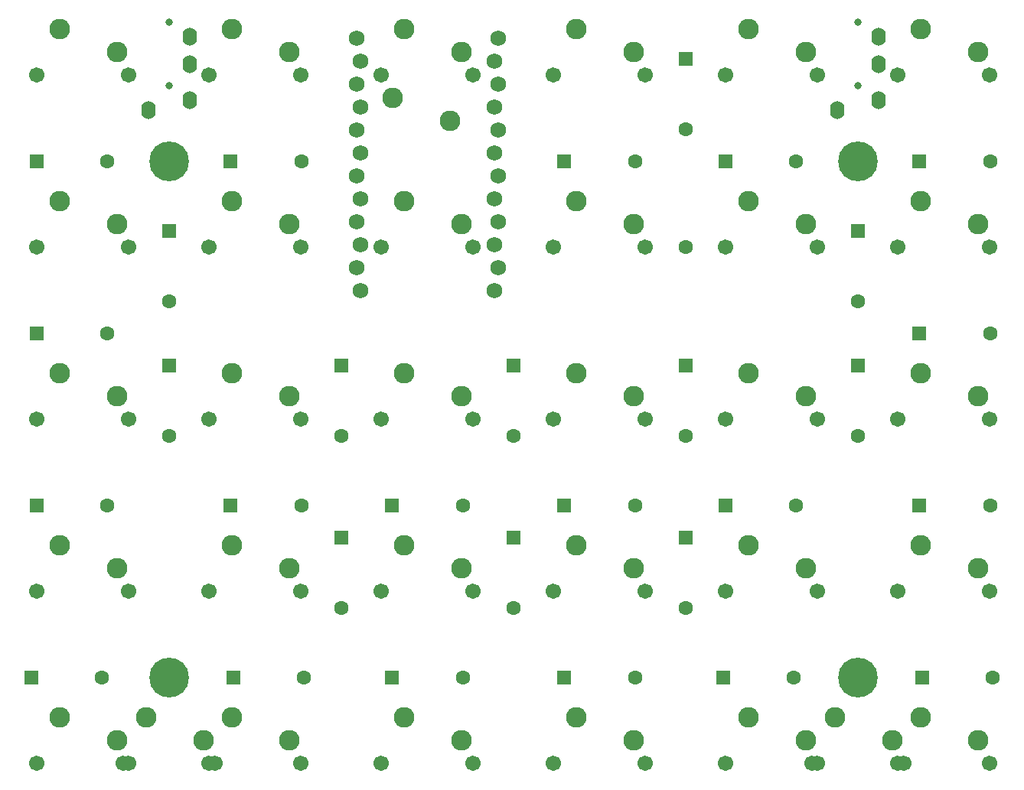
<source format=gbs>
G04 #@! TF.FileFunction,Soldermask,Bot*
%FSLAX46Y46*%
G04 Gerber Fmt 4.6, Leading zero omitted, Abs format (unit mm)*
G04 Created by KiCad (PCBNEW 4.0.7-e2-6376~58~ubuntu16.04.1) date Tue Jan  1 19:30:17 2019*
%MOMM*%
%LPD*%
G01*
G04 APERTURE LIST*
%ADD10C,0.100000*%
%ADD11C,2.286000*%
%ADD12C,1.701800*%
%ADD13R,1.600000X1.600000*%
%ADD14C,1.600000*%
%ADD15C,4.400000*%
%ADD16O,1.600000X2.000000*%
%ADD17C,0.800000*%
%ADD18C,1.752600*%
G04 APERTURE END LIST*
D10*
D11*
X190341250Y-125888750D03*
X196691250Y-128428750D03*
D12*
X197961250Y-130968750D03*
X187801250Y-130968750D03*
D11*
X209391250Y-125888750D03*
X215741250Y-128428750D03*
D12*
X217011250Y-130968750D03*
X206851250Y-130968750D03*
D13*
X110995803Y-140494349D03*
D14*
X118795803Y-140494349D03*
D15*
X126206250Y-83343750D03*
X126206788Y-140494349D03*
X202407114Y-140494349D03*
X202406250Y-83343750D03*
D13*
X111590625Y-121443750D03*
D14*
X119390625Y-121443750D03*
D13*
X111590625Y-83343750D03*
D14*
X119390625Y-83343750D03*
D13*
X133021875Y-83343750D03*
D14*
X140821875Y-83343750D03*
D13*
X169931250Y-83343750D03*
D14*
X177731250Y-83343750D03*
D13*
X183357032Y-72002668D03*
D14*
X183357032Y-79802668D03*
D13*
X187790625Y-83343750D03*
D14*
X195590625Y-83343750D03*
D13*
X209221875Y-83343750D03*
D14*
X217021875Y-83343750D03*
D13*
X111590625Y-102393750D03*
D14*
X119390625Y-102393750D03*
D13*
X126206788Y-91052749D03*
D14*
X126206788Y-98852749D03*
D13*
X164306951Y-105935625D03*
D14*
X164306951Y-113735625D03*
D13*
X183357032Y-105935625D03*
D14*
X183357032Y-113735625D03*
D13*
X202407114Y-91052749D03*
D14*
X202407114Y-98852749D03*
D13*
X209222784Y-102394187D03*
D14*
X217022784Y-102394187D03*
D13*
X126206788Y-105935625D03*
D14*
X126206788Y-113735625D03*
D13*
X145256870Y-105935625D03*
D14*
X145256870Y-113735625D03*
D13*
X150881250Y-121443750D03*
D14*
X158681250Y-121443750D03*
D13*
X169931250Y-121443750D03*
D14*
X177731250Y-121443750D03*
D13*
X187790625Y-121443750D03*
D14*
X195590625Y-121443750D03*
D13*
X202407114Y-105935625D03*
D14*
X202407114Y-113735625D03*
D13*
X133022459Y-121444268D03*
D14*
X140822459Y-121444268D03*
D13*
X145256870Y-124985706D03*
D14*
X145256870Y-132785706D03*
D13*
X164306951Y-124985706D03*
D14*
X164306951Y-132785706D03*
D13*
X183357032Y-124985706D03*
D14*
X183357032Y-132785706D03*
D13*
X209222784Y-121444268D03*
D14*
X217022784Y-121444268D03*
D13*
X150881910Y-140494349D03*
D14*
X158681910Y-140494349D03*
D13*
X169931992Y-140494349D03*
D14*
X177731992Y-140494349D03*
D13*
X187493785Y-140494349D03*
D14*
X195293785Y-140494349D03*
D13*
X209520442Y-140494349D03*
D14*
X217320442Y-140494349D03*
D13*
X133320117Y-140494349D03*
D14*
X141120117Y-140494349D03*
D11*
X209391250Y-87788750D03*
X215741250Y-90328750D03*
D12*
X217011250Y-92868750D03*
X206851250Y-92868750D03*
D11*
X152241250Y-125888750D03*
X158591250Y-128428750D03*
D12*
X159861250Y-130968750D03*
X149701250Y-130968750D03*
D11*
X171291250Y-68738750D03*
X177641250Y-71278750D03*
D12*
X178911250Y-73818750D03*
X168751250Y-73818750D03*
D11*
X114141250Y-87788750D03*
X120491250Y-90328750D03*
D12*
X121761250Y-92868750D03*
X111601250Y-92868750D03*
D11*
X133191250Y-87788750D03*
X139541250Y-90328750D03*
D12*
X140811250Y-92868750D03*
X130651250Y-92868750D03*
D11*
X152241250Y-87788750D03*
X158591250Y-90328750D03*
D12*
X159861250Y-92868750D03*
X149701250Y-92868750D03*
D11*
X190341250Y-87788750D03*
X196691250Y-90328750D03*
D12*
X197961250Y-92868750D03*
X187801250Y-92868750D03*
D11*
X114141250Y-106838750D03*
X120491250Y-109378750D03*
D12*
X121761250Y-111918750D03*
X111601250Y-111918750D03*
D11*
X133191250Y-106838750D03*
X139541250Y-109378750D03*
D12*
X140811250Y-111918750D03*
X130651250Y-111918750D03*
D11*
X152241250Y-106838750D03*
X158591250Y-109378750D03*
D12*
X159861250Y-111918750D03*
X149701250Y-111918750D03*
D11*
X190341250Y-106838750D03*
X196691250Y-109378750D03*
D12*
X197961250Y-111918750D03*
X187801250Y-111918750D03*
D11*
X209391250Y-106838750D03*
X215741250Y-109378750D03*
D12*
X217011250Y-111918750D03*
X206851250Y-111918750D03*
D11*
X133191250Y-125888750D03*
X139541250Y-128428750D03*
D12*
X140811250Y-130968750D03*
X130651250Y-130968750D03*
D11*
X114141250Y-125888750D03*
X120491250Y-128428750D03*
D12*
X121761250Y-130968750D03*
X111601250Y-130968750D03*
D11*
X171291250Y-87788750D03*
X177641250Y-90328750D03*
D12*
X178911250Y-92868750D03*
X168751250Y-92868750D03*
D11*
X171291250Y-106838750D03*
X177641250Y-109378750D03*
D12*
X178911250Y-111918750D03*
X168751250Y-111918750D03*
D11*
X171291250Y-125888750D03*
X177641250Y-128428750D03*
D12*
X178911250Y-130968750D03*
X168751250Y-130968750D03*
D11*
X152241910Y-144939390D03*
X158591910Y-147479390D03*
D12*
X159861910Y-150019390D03*
X149701910Y-150019390D03*
D11*
X171291992Y-144939390D03*
X177641992Y-147479390D03*
D12*
X178911992Y-150019390D03*
X168751992Y-150019390D03*
X159861250Y-73818750D03*
D11*
X158591250Y-71278750D03*
X152241250Y-68738750D03*
X157321250Y-78898750D03*
X150971250Y-76358750D03*
D12*
X149701250Y-73818750D03*
D11*
X114141250Y-68738750D03*
X120491250Y-71278750D03*
D12*
X121761250Y-73818750D03*
X111601250Y-73818750D03*
D11*
X190341250Y-68738750D03*
X196691250Y-71278750D03*
D12*
X197961250Y-73818750D03*
X187801250Y-73818750D03*
D11*
X133191250Y-68738750D03*
X139541250Y-71278750D03*
D12*
X140811250Y-73818750D03*
X130651250Y-73818750D03*
D11*
X209391250Y-68738750D03*
X215741250Y-71278750D03*
D12*
X217011250Y-73818750D03*
X206851250Y-73818750D03*
D16*
X123906788Y-77677627D03*
X128506788Y-76577627D03*
X128506788Y-69577627D03*
D17*
X126206788Y-74977627D03*
X126206788Y-67977627D03*
D16*
X128506788Y-72577627D03*
X200107114Y-77677627D03*
X204707114Y-76577627D03*
X204707114Y-69577627D03*
D17*
X202407114Y-74977627D03*
X202407114Y-67977627D03*
D16*
X204707114Y-72577627D03*
D14*
X183357032Y-92869146D03*
D11*
X114141748Y-144939390D03*
X120491748Y-147479390D03*
D12*
X121761748Y-150019390D03*
X111601748Y-150019390D03*
X130651788Y-150019390D03*
X140811788Y-150019390D03*
D11*
X139541788Y-147479390D03*
X133191788Y-144939390D03*
X123666788Y-144939390D03*
X130016788Y-147479390D03*
D12*
X131286788Y-150019390D03*
X121126788Y-150019390D03*
D11*
X190342073Y-144939390D03*
X196692073Y-147479390D03*
D12*
X197962073Y-150019390D03*
X187802073Y-150019390D03*
X206852114Y-150019390D03*
X217012114Y-150019390D03*
D11*
X215742114Y-147479390D03*
X209392114Y-144939390D03*
X199867114Y-144939390D03*
X206217114Y-147479390D03*
D12*
X207487114Y-150019390D03*
X197327114Y-150019390D03*
D18*
X146926400Y-69705000D03*
X147383600Y-72245000D03*
X146926400Y-74785000D03*
X147383600Y-77325000D03*
X146926400Y-79865000D03*
X147383600Y-82405000D03*
X146926400Y-84945000D03*
X147383600Y-87485000D03*
X146926400Y-90025000D03*
X147383600Y-92565000D03*
X146926400Y-95105000D03*
X162166400Y-97645000D03*
X162623600Y-95105000D03*
X162166400Y-92565000D03*
X162623600Y-90025000D03*
X162166400Y-87485000D03*
X162623600Y-84945000D03*
X162166400Y-82405000D03*
X162623600Y-79865000D03*
X162166400Y-77325000D03*
X162623600Y-74785000D03*
X162166400Y-72245000D03*
X147383600Y-97645000D03*
X162623600Y-69705000D03*
M02*

</source>
